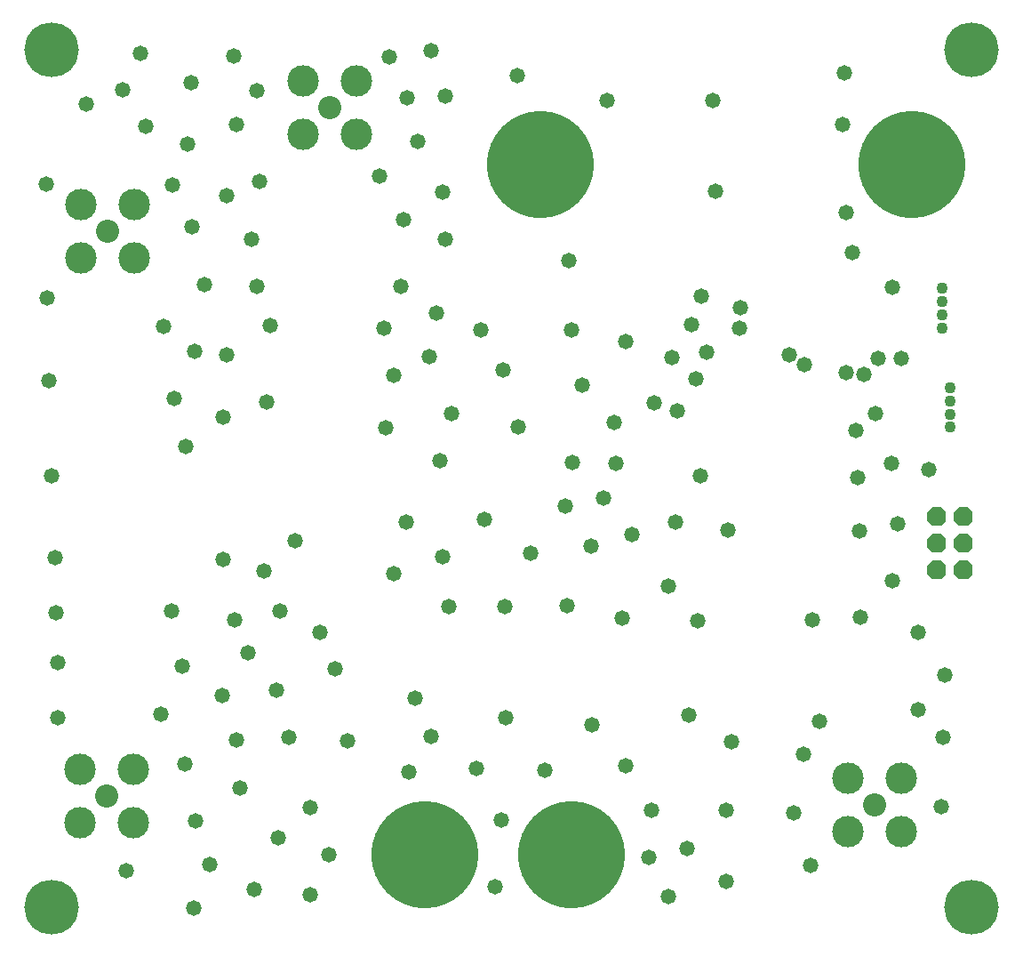
<source format=gbs>
%FSLAX25Y25*%
%MOIN*%
G70*
G01*
G75*
G04 Layer_Color=16711935*
%ADD10C,0.11794*%
%ADD11O,0.00984X0.03150*%
%ADD12O,0.03150X0.00984*%
%ADD13R,0.12205X0.12205*%
%ADD14R,0.07874X0.07874*%
%ADD15O,0.00591X0.03189*%
%ADD16O,0.03189X0.00591*%
%ADD17R,0.07874X0.07874*%
G04:AMPARAMS|DCode=18|XSize=23.62mil|YSize=35.43mil|CornerRadius=5.91mil|HoleSize=0mil|Usage=FLASHONLY|Rotation=0.000|XOffset=0mil|YOffset=0mil|HoleType=Round|Shape=RoundedRectangle|*
%AMROUNDEDRECTD18*
21,1,0.02362,0.02362,0,0,0.0*
21,1,0.01181,0.03543,0,0,0.0*
1,1,0.01181,0.00591,-0.01181*
1,1,0.01181,-0.00591,-0.01181*
1,1,0.01181,-0.00591,0.01181*
1,1,0.01181,0.00591,0.01181*
%
%ADD18ROUNDEDRECTD18*%
G04:AMPARAMS|DCode=19|XSize=23.62mil|YSize=35.43mil|CornerRadius=5.91mil|HoleSize=0mil|Usage=FLASHONLY|Rotation=90.000|XOffset=0mil|YOffset=0mil|HoleType=Round|Shape=RoundedRectangle|*
%AMROUNDEDRECTD19*
21,1,0.02362,0.02362,0,0,90.0*
21,1,0.01181,0.03543,0,0,90.0*
1,1,0.01181,0.01181,0.00591*
1,1,0.01181,0.01181,-0.00591*
1,1,0.01181,-0.01181,-0.00591*
1,1,0.01181,-0.01181,0.00591*
%
%ADD19ROUNDEDRECTD19*%
%ADD20R,0.04016X0.02520*%
%ADD21R,0.06496X0.10000*%
%ADD22O,0.02362X0.09055*%
%ADD23R,0.02520X0.04016*%
%ADD24R,0.02362X0.02953*%
%ADD25C,0.00787*%
%ADD26C,0.01969*%
%ADD27C,0.11798*%
%ADD28C,0.00984*%
%ADD29C,0.06693*%
%ADD30C,0.05906*%
%ADD31C,0.39370*%
%ADD32C,0.11024*%
%ADD33C,0.07874*%
%ADD34C,0.03543*%
G04:AMPARAMS|DCode=35|XSize=62.01mil|YSize=62.01mil|CornerRadius=0mil|HoleSize=0mil|Usage=FLASHONLY|Rotation=0.000|XOffset=0mil|YOffset=0mil|HoleType=Round|Shape=Octagon|*
%AMOCTAGOND35*
4,1,8,0.03100,-0.01550,0.03100,0.01550,0.01550,0.03100,-0.01550,0.03100,-0.03100,0.01550,-0.03100,-0.01550,-0.01550,-0.03100,0.01550,-0.03100,0.03100,-0.01550,0.0*
%
%ADD35OCTAGOND35*%

%ADD36C,0.19685*%
%ADD37C,0.05000*%
%ADD38C,0.02362*%
%ADD39C,0.01000*%
%ADD40C,0.00492*%
%ADD41C,0.01008*%
%ADD42O,0.01784X0.03950*%
%ADD43O,0.03950X0.01784*%
%ADD44R,0.13005X0.13005*%
%ADD45R,0.08674X0.08674*%
%ADD46O,0.01391X0.03989*%
%ADD47O,0.03989X0.01391*%
%ADD48R,0.08674X0.08674*%
G04:AMPARAMS|DCode=49|XSize=31.62mil|YSize=43.43mil|CornerRadius=9.91mil|HoleSize=0mil|Usage=FLASHONLY|Rotation=0.000|XOffset=0mil|YOffset=0mil|HoleType=Round|Shape=RoundedRectangle|*
%AMROUNDEDRECTD49*
21,1,0.03162,0.02362,0,0,0.0*
21,1,0.01181,0.04343,0,0,0.0*
1,1,0.01981,0.00591,-0.01181*
1,1,0.01981,-0.00591,-0.01181*
1,1,0.01981,-0.00591,0.01181*
1,1,0.01981,0.00591,0.01181*
%
%ADD49ROUNDEDRECTD49*%
G04:AMPARAMS|DCode=50|XSize=31.62mil|YSize=43.43mil|CornerRadius=9.91mil|HoleSize=0mil|Usage=FLASHONLY|Rotation=90.000|XOffset=0mil|YOffset=0mil|HoleType=Round|Shape=RoundedRectangle|*
%AMROUNDEDRECTD50*
21,1,0.03162,0.02362,0,0,90.0*
21,1,0.01181,0.04343,0,0,90.0*
1,1,0.01981,0.01181,0.00591*
1,1,0.01981,0.01181,-0.00591*
1,1,0.01981,-0.01181,-0.00591*
1,1,0.01981,-0.01181,0.00591*
%
%ADD50ROUNDEDRECTD50*%
%ADD51R,0.04816X0.03320*%
%ADD52R,0.07296X0.10800*%
%ADD53O,0.03162X0.09855*%
%ADD54R,0.03320X0.04816*%
%ADD55R,0.03162X0.03753*%
%ADD56C,0.40170*%
%ADD57C,0.11824*%
%ADD58C,0.08674*%
%ADD59C,0.04343*%
G04:AMPARAMS|DCode=60|XSize=70.01mil|YSize=70.01mil|CornerRadius=0mil|HoleSize=0mil|Usage=FLASHONLY|Rotation=0.000|XOffset=0mil|YOffset=0mil|HoleType=Round|Shape=Octagon|*
%AMOCTAGOND60*
4,1,8,0.03500,-0.01750,0.03500,0.01750,0.01750,0.03500,-0.01750,0.03500,-0.03500,0.01750,-0.03500,-0.01750,-0.01750,-0.03500,0.01750,-0.03500,0.03500,-0.01750,0.0*
%
%ADD60OCTAGOND60*%

%ADD61C,0.20485*%
%ADD62C,0.05800*%
D56*
X199705Y294587D02*
D03*
X339272D02*
D03*
X211516Y36122D02*
D03*
X156447D02*
D03*
D57*
X27303Y47972D02*
D03*
Y67972D02*
D03*
X47303D02*
D03*
Y47972D02*
D03*
X335295Y44626D02*
D03*
X315295D02*
D03*
Y64626D02*
D03*
X335295D02*
D03*
X27500Y279587D02*
D03*
X47500D02*
D03*
Y259587D02*
D03*
X27500D02*
D03*
X110965Y326142D02*
D03*
X130965D02*
D03*
Y306142D02*
D03*
X110965D02*
D03*
D58*
X37303Y57973D02*
D03*
X325295Y54626D02*
D03*
X37500Y269587D02*
D03*
X120965Y316142D02*
D03*
D59*
X350492Y248327D02*
D03*
Y243406D02*
D03*
Y238484D02*
D03*
Y233563D02*
D03*
X353445Y196260D02*
D03*
Y201181D02*
D03*
Y206102D02*
D03*
Y211024D02*
D03*
D60*
X358327Y142795D02*
D03*
Y152795D02*
D03*
Y162795D02*
D03*
X348327Y142795D02*
D03*
Y152795D02*
D03*
Y162795D02*
D03*
D61*
X16535Y337795D02*
D03*
X361417D02*
D03*
Y16535D02*
D03*
X16535D02*
D03*
D62*
X312992Y309646D02*
D03*
X316831Y261811D02*
D03*
X331791Y138681D02*
D03*
X333957Y160039D02*
D03*
X250394Y160630D02*
D03*
X211910Y183071D02*
D03*
X223622Y169685D02*
D03*
X301870Y124213D02*
D03*
X304528Y86122D02*
D03*
X254724Y38484D02*
D03*
X158858Y80315D02*
D03*
X117028Y119390D02*
D03*
X144882Y141339D02*
D03*
X57579Y88878D02*
D03*
X92421Y22933D02*
D03*
X70472Y48622D02*
D03*
X185039Y49213D02*
D03*
X247736Y20276D02*
D03*
X301279Y32087D02*
D03*
X350000Y54035D02*
D03*
X294882Y51870D02*
D03*
X341437Y90453D02*
D03*
X258957Y123622D02*
D03*
X158858Y337303D02*
D03*
X139567Y290256D02*
D03*
X93504Y322342D02*
D03*
X61910Y287008D02*
D03*
X93504Y249016D02*
D03*
X162008Y183661D02*
D03*
X177559Y232874D02*
D03*
X227362Y198130D02*
D03*
X209744Y129528D02*
D03*
X96161Y142421D02*
D03*
X90256Y111909D02*
D03*
X141732Y195965D02*
D03*
X298622Y73622D02*
D03*
X271654Y78543D02*
D03*
X274606Y233268D02*
D03*
X256398Y234744D02*
D03*
X210531Y258661D02*
D03*
X331988Y248622D02*
D03*
X319783Y125098D02*
D03*
X351378Y103543D02*
D03*
X350984Y79921D02*
D03*
X341634Y119390D02*
D03*
X255512Y88287D02*
D03*
X231890Y69291D02*
D03*
X269390Y26181D02*
D03*
X165551Y128937D02*
D03*
X201476Y67716D02*
D03*
X218996Y84744D02*
D03*
X175689Y68504D02*
D03*
X186713Y87500D02*
D03*
X150591Y67126D02*
D03*
X152756Y94587D02*
D03*
X127559Y78839D02*
D03*
X122835Y105610D02*
D03*
X234252Y156102D02*
D03*
X230413Y124902D02*
D03*
X196161Y148917D02*
D03*
X186614Y129232D02*
D03*
X163091Y147736D02*
D03*
X149508Y160827D02*
D03*
X249213Y222539D02*
D03*
X274915Y241055D02*
D03*
X331398Y182776D02*
D03*
X269390Y52854D02*
D03*
X182677Y24114D02*
D03*
X241634Y52756D02*
D03*
X345571Y180413D02*
D03*
X66831Y189173D02*
D03*
X231988Y228445D02*
D03*
X218799Y151772D02*
D03*
X97244Y205906D02*
D03*
X98524Y234547D02*
D03*
X58465Y234154D02*
D03*
X14469Y287402D02*
D03*
X29429Y317323D02*
D03*
X94587Y288287D02*
D03*
X69095Y271555D02*
D03*
X85827Y309842D02*
D03*
X51870Y308957D02*
D03*
X49705Y336319D02*
D03*
X84941Y335433D02*
D03*
X143012Y334941D02*
D03*
X164173Y320472D02*
D03*
Y266732D02*
D03*
X191437Y196260D02*
D03*
X144783Y215650D02*
D03*
X102067Y127559D02*
D03*
X85827Y79134D02*
D03*
X120571Y36024D02*
D03*
X69882Y16142D02*
D03*
X44390Y30217D02*
D03*
X18898Y87500D02*
D03*
X18012Y126673D02*
D03*
X15354Y213878D02*
D03*
X61516Y127559D02*
D03*
X18898Y108169D02*
D03*
X80512Y95866D02*
D03*
X87205Y60925D02*
D03*
X160925Y238976D02*
D03*
X163091Y284350D02*
D03*
X153839Y303543D02*
D03*
X62402Y207087D02*
D03*
X91437Y266634D02*
D03*
X178740Y161713D02*
D03*
X318701Y177362D02*
D03*
X319587Y157480D02*
D03*
X247835Y136811D02*
D03*
X240354Y35138D02*
D03*
X113484Y20965D02*
D03*
X209055Y166732D02*
D03*
X149705Y319685D02*
D03*
X313779Y329134D02*
D03*
X260138Y245472D02*
D03*
X65453Y106791D02*
D03*
X211614Y232776D02*
D03*
X228051Y182776D02*
D03*
X215551Y212008D02*
D03*
X166634Y201378D02*
D03*
X141142Y233268D02*
D03*
X185827Y217717D02*
D03*
X158169Y222638D02*
D03*
X147539Y248917D02*
D03*
X14862Y244685D02*
D03*
X17717Y147441D02*
D03*
X16339Y177953D02*
D03*
X80807Y146752D02*
D03*
X66634Y70177D02*
D03*
X113484Y53839D02*
D03*
X101378Y42520D02*
D03*
X100689Y97835D02*
D03*
X107776Y153839D02*
D03*
X85039Y124114D02*
D03*
X80807Y200000D02*
D03*
X82284Y223327D02*
D03*
X70177Y224803D02*
D03*
X73721Y249606D02*
D03*
X82284Y282972D02*
D03*
X68799Y325492D02*
D03*
X43209Y322638D02*
D03*
X75689Y32480D02*
D03*
X67323Y302461D02*
D03*
X148327Y274213D02*
D03*
X314370Y276870D02*
D03*
X191240Y328051D02*
D03*
X105610Y80216D02*
D03*
X318209Y195177D02*
D03*
X325492Y201279D02*
D03*
X251279Y202362D02*
D03*
X262205Y224410D02*
D03*
X264567Y318602D02*
D03*
X224902Y318602D02*
D03*
X335138Y222146D02*
D03*
X326575D02*
D03*
X258071Y214469D02*
D03*
X321260Y215945D02*
D03*
X314469Y216595D02*
D03*
X293012Y223524D02*
D03*
X298819Y219783D02*
D03*
X265650Y284646D02*
D03*
X270177Y157776D02*
D03*
X242421Y205315D02*
D03*
X259842Y178051D02*
D03*
M02*

</source>
